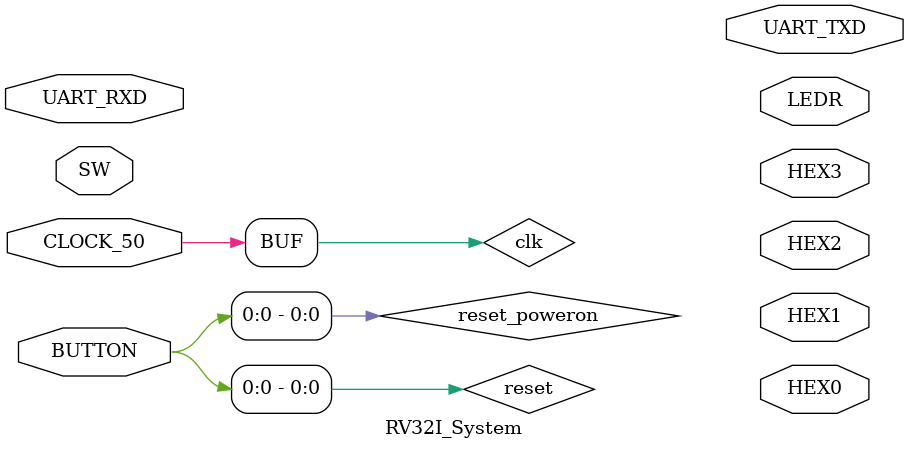
<source format=v>

module RV32I_System (
  input         CLOCK_50,
  input   [2:0] BUTTON,
  input   [9:0] SW,
  output  [6:0] HEX3,
  output  [6:0] HEX2,
  output  [6:0] HEX1,
  output  [6:0] HEX0,
  output  [9:0] LEDR,

  output        UART_TXD,
  input         UART_RXD
);

  parameter RESET_PC = 32'h1000_0000;
  parameter CLOCK_FREQ = 125_000_000;
  parameter BAUD_RATE = 115_200;
  parameter MIF_HEX = "";
  parameter MIF_BIOS_HEX = "";
  parameter DWIDTH = 32;
  parameter AWIDTH = 12;

  wire reset;
  wire reset_poweron;
  reg  reset_ff;

  wire [31:0] fetch_addr;
  wire [31:0] imem_inst;
  wire [31:0] inst;
  wire [31:0] data_addr;
  wire [31:0] write_data;
  wire [3:0]  ByteEnable;
  wire  [31:0] read_data;
  wire        cs_mem_n;
  wire        cs_timer_n;
  wire        cs_gpio_n;
  wire        cs_uart_n;
  wire        data_we;

  wire clk = CLOCK_50;
  wire clkb;

  wire data_re;
  
  // reset =  BUTTON[0]
  // if BUTTON[0] is pressed, the reset goes down to "0"
  // reset is a low-active signal
  assign  reset_poweron = BUTTON[0];
  assign  reset = reset_poweron;

  always @(posedge clk)
    reset_ff <= reset;

  assign clkb = ~clk;

  wire [31:0] read_imem_data_mem;

  assign data_re = ~data_we;
  assign read_data = read_imem_data_mem;
  assign inst = imem_inst;
  //~cs_mem_n
  riscvsingle #(
      .RESET_PC(RESET_PC)
    ) icpu (
    .clk(clk),
    .n_rst(reset_ff),
    .PC(fetch_addr),
    .Instr(inst),
    .MemWrite(data_we),
    .ALUResult(data_addr),
    .WriteData(write_data),
    .ReadData(read_data),
    .Byte_Enable(ByteEnable)
  );

  ASYNC_RAM_DP_WBE #(
      .DWIDTH (DWIDTH),
      .AWIDTH (AWIDTH),
      .MIF_HEX (MIF_HEX)
  ) imem (
    .clk      (clk),
    .addr0    (fetch_addr[AWIDTH+2-1:2]),
    .addr1    (data_addr[AWIDTH+2-1:2]),
    .wbe0     (4'd0),
    .wbe1     (ByteEnable),
    .d0       (32'd0),
    .d1       (write_data),
    .wen0     (1'b0),
    .wen1     (data_we),//~cs_mem_n &
    .q0       (imem_inst),
    .q1       (read_imem_data_mem)
  );

endmodule

</source>
